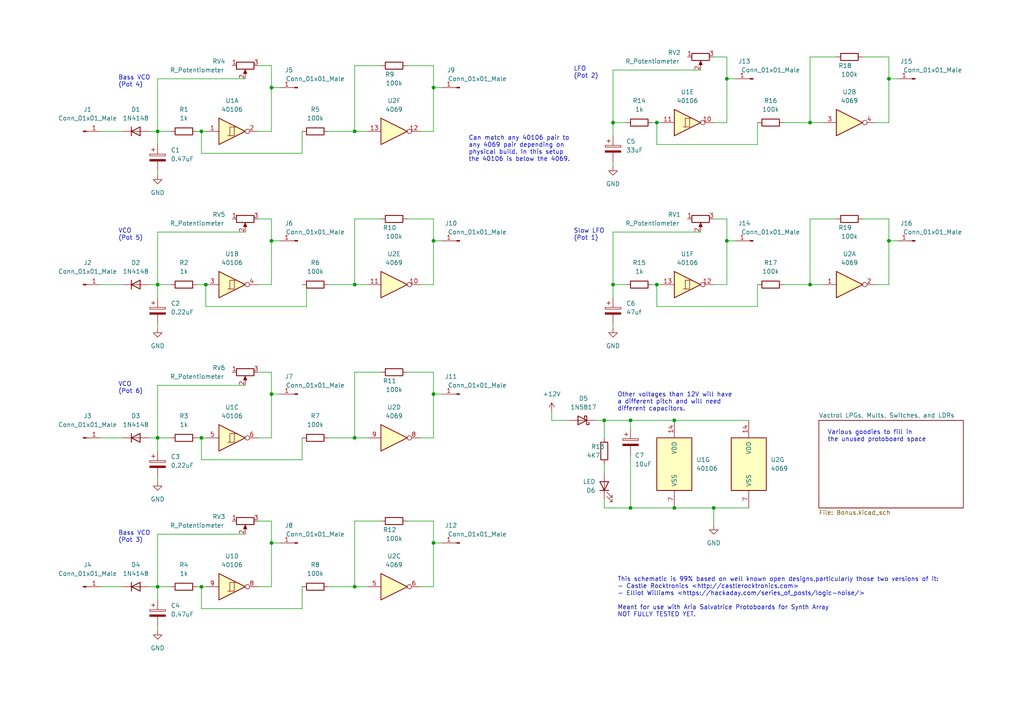
<source format=kicad_sch>
(kicad_sch (version 20220914) (generator eeschema)
  (paper "A4")
  (title_block (title "40106 VCO with Square & Saw output") (date "2022-09-04") (rev "C3") (company "Aria Salvatrice"))
  (lib_symbols
    (symbol "4xxx:40106" (pin_names (offset 1.016))
      (property "Reference" "U" (at 0 1.27 0))
      (property "Value" "40106" (at 0 -1.27 0))
      (symbol "40106_1_0"
        (polyline (pts (xy -0.635 -1.27) (xy -0.635 1.27) (xy 0.635 1.27)))
        (polyline (pts (xy -3.81 3.81) (xy -3.81 -3.81) (xy 3.81 0) (xy -3.81 3.81)) (stroke (width 0.254)) (fill (type background)))
        (polyline (pts (xy -1.27 -1.27) (xy 0.635 -1.27) (xy 0.635 1.27) (xy 1.27 1.27)))
        (pin input line (at -7.62 0 0) (length 3.81) (name "~") (number "1"))
        (pin output inverted (at 7.62 0 180) (length 3.81) (name "~") (number "2"))
      )
      (symbol "40106_2_0"
        (polyline (pts (xy -0.635 -1.27) (xy -0.635 1.27) (xy 0.635 1.27)))
        (polyline (pts (xy -3.81 3.81) (xy -3.81 -3.81) (xy 3.81 0) (xy -3.81 3.81)) (stroke (width 0.254)) (fill (type background)))
        (polyline (pts (xy -1.27 -1.27) (xy 0.635 -1.27) (xy 0.635 1.27) (xy 1.27 1.27)))
        (pin input line (at -7.62 0 0) (length 3.81) (name "~") (number "3"))
        (pin output inverted (at 7.62 0 180) (length 3.81) (name "~") (number "4"))
      )
      (symbol "40106_3_0"
        (polyline (pts (xy -0.635 -1.27) (xy -0.635 1.27) (xy 0.635 1.27)))
        (polyline (pts (xy -3.81 3.81) (xy -3.81 -3.81) (xy 3.81 0) (xy -3.81 3.81)) (stroke (width 0.254)) (fill (type background)))
        (polyline (pts (xy -1.27 -1.27) (xy 0.635 -1.27) (xy 0.635 1.27) (xy 1.27 1.27)))
        (pin input line (at -7.62 0 0) (length 3.81) (name "~") (number "5"))
        (pin output inverted (at 7.62 0 180) (length 3.81) (name "~") (number "6"))
      )
      (symbol "40106_4_0"
        (polyline (pts (xy -0.635 -1.27) (xy -0.635 1.27) (xy 0.635 1.27)))
        (polyline (pts (xy -3.81 3.81) (xy -3.81 -3.81) (xy 3.81 0) (xy -3.81 3.81)) (stroke (width 0.254)) (fill (type background)))
        (polyline (pts (xy -1.27 -1.27) (xy 0.635 -1.27) (xy 0.635 1.27) (xy 1.27 1.27)))
        (pin output inverted (at 7.62 0 180) (length 3.81) (name "~") (number "8"))
        (pin input line (at -7.62 0 0) (length 3.81) (name "~") (number "9"))
      )
      (symbol "40106_5_0"
        (polyline (pts (xy -0.635 -1.27) (xy -0.635 1.27) (xy 0.635 1.27)))
        (polyline (pts (xy -3.81 3.81) (xy -3.81 -3.81) (xy 3.81 0) (xy -3.81 3.81)) (stroke (width 0.254)) (fill (type background)))
        (polyline (pts (xy -1.27 -1.27) (xy 0.635 -1.27) (xy 0.635 1.27) (xy 1.27 1.27)))
        (pin output inverted (at 7.62 0 180) (length 3.81) (name "~") (number "10"))
        (pin input line (at -7.62 0 0) (length 3.81) (name "~") (number "11"))
      )
      (symbol "40106_6_0"
        (polyline (pts (xy -0.635 -1.27) (xy -0.635 1.27) (xy 0.635 1.27)))
        (polyline (pts (xy -3.81 3.81) (xy -3.81 -3.81) (xy 3.81 0) (xy -3.81 3.81)) (stroke (width 0.254)) (fill (type background)))
        (polyline (pts (xy -1.27 -1.27) (xy 0.635 -1.27) (xy 0.635 1.27) (xy 1.27 1.27)))
        (pin output inverted (at 7.62 0 180) (length 3.81) (name "~") (number "12"))
        (pin input line (at -7.62 0 0) (length 3.81) (name "~") (number "13"))
      )
      (symbol "40106_7_0"
        (pin power_in line (at 0 12.7 270) (length 5.08) (name "VDD") (number "14"))
        (pin power_in line (at 0 -12.7 90) (length 5.08) (name "VSS") (number "7"))
      )
      (symbol "40106_7_1"
        (rectangle (start -5.08 7.62) (end 5.08 -7.62) (stroke (width 0.254)) (fill (type background)))
      )
    )
    (symbol "4xxx:4069" (pin_names (offset 1.016))
      (property "Reference" "U" (at 0 1.27 0))
      (property "Value" "4069" (at 0 -1.27 0))
      (symbol "4069_1_0"
        (polyline (pts (xy -3.81 3.81) (xy -3.81 -3.81) (xy 3.81 0) (xy -3.81 3.81)) (stroke (width 0.254)) (fill (type background)))
        (pin input line (at -7.62 0 0) (length 3.81) (name "~") (number "1"))
        (pin output inverted (at 7.62 0 180) (length 3.81) (name "~") (number "2"))
      )
      (symbol "4069_2_0"
        (polyline (pts (xy -3.81 3.81) (xy -3.81 -3.81) (xy 3.81 0) (xy -3.81 3.81)) (stroke (width 0.254)) (fill (type background)))
        (pin input line (at -7.62 0 0) (length 3.81) (name "~") (number "3"))
        (pin output inverted (at 7.62 0 180) (length 3.81) (name "~") (number "4"))
      )
      (symbol "4069_3_0"
        (polyline (pts (xy -3.81 3.81) (xy -3.81 -3.81) (xy 3.81 0) (xy -3.81 3.81)) (stroke (width 0.254)) (fill (type background)))
        (pin input line (at -7.62 0 0) (length 3.81) (name "~") (number "5"))
        (pin output inverted (at 7.62 0 180) (length 3.81) (name "~") (number "6"))
      )
      (symbol "4069_4_0"
        (polyline (pts (xy -3.81 3.81) (xy -3.81 -3.81) (xy 3.81 0) (xy -3.81 3.81)) (stroke (width 0.254)) (fill (type background)))
        (pin output inverted (at 7.62 0 180) (length 3.81) (name "~") (number "8"))
        (pin input line (at -7.62 0 0) (length 3.81) (name "~") (number "9"))
      )
      (symbol "4069_5_0"
        (polyline (pts (xy -3.81 3.81) (xy -3.81 -3.81) (xy 3.81 0) (xy -3.81 3.81)) (stroke (width 0.254)) (fill (type background)))
        (pin output inverted (at 7.62 0 180) (length 3.81) (name "~") (number "10"))
        (pin input line (at -7.62 0 0) (length 3.81) (name "~") (number "11"))
      )
      (symbol "4069_6_0"
        (polyline (pts (xy -3.81 3.81) (xy -3.81 -3.81) (xy 3.81 0) (xy -3.81 3.81)) (stroke (width 0.254)) (fill (type background)))
        (pin output inverted (at 7.62 0 180) (length 3.81) (name "~") (number "12"))
        (pin input line (at -7.62 0 0) (length 3.81) (name "~") (number "13"))
      )
      (symbol "4069_7_0"
        (pin power_in line (at 0 12.7 270) (length 5.08) (name "VDD") (number "14"))
        (pin power_in line (at 0 -12.7 90) (length 5.08) (name "VSS") (number "7"))
      )
      (symbol "4069_7_1"
        (rectangle (start -5.08 7.62) (end 5.08 -7.62) (stroke (width 0.254)) (fill (type background)))
      )
    )
    (symbol "Connector:Conn_01x01_Male" (pin_names (offset 1.016) hide)
      (property "Reference" "J" (at 0 2.54 0))
      (property "Value" "Conn_01x01_Male" (at 0 -2.54 0))
      (symbol "Conn_01x01_Male_1_1"
        (polyline (pts (xy 1.27 0) (xy 0.8636 0)) (stroke (width 0.1524)))
        (rectangle (start 0.8636 0.127) (end 0 -0.127) (stroke (width 0.1524)) (fill (type outline)))
        (pin passive line (at 5.08 0 180) (length 3.81) (name "Pin_1") (number "1"))
      )
    )
    (symbol "Device:C_Polarized" (pin_numbers hide) (pin_names (offset 0.254))
      (property "Reference" "C" (at 0.635 2.54 0))
      (property "Value" "C_Polarized" (at 0.635 -2.54 0))
      (symbol "C_Polarized_0_1"
        (rectangle (start -2.286 0.508) (end 2.286 1.016))
        (polyline (pts (xy -1.778 2.286) (xy -0.762 2.286)))
        (polyline (pts (xy -1.27 2.794) (xy -1.27 1.778)))
        (rectangle (start 2.286 -0.508) (end -2.286 -1.016) (fill (type outline)))
      )
      (symbol "C_Polarized_1_1"
        (pin passive line (at 0 3.81 270) (length 2.794) (name "~") (number "1"))
        (pin passive line (at 0 -3.81 90) (length 2.794) (name "~") (number "2"))
      )
    )
    (symbol "Device:LED" (pin_numbers hide) (pin_names (offset 1.016) hide)
      (property "Reference" "D" (at 0 2.54 0))
      (property "Value" "LED" (at 0 -2.54 0))
      (symbol "LED_0_1"
        (polyline (pts (xy -1.27 -1.27) (xy -1.27 1.27)) (stroke (width 0.254)))
        (polyline (pts (xy -1.27 0) (xy 1.27 0)))
        (polyline (pts (xy 1.27 -1.27) (xy 1.27 1.27) (xy -1.27 0) (xy 1.27 -1.27)) (stroke (width 0.254)))
        (polyline (pts (xy -3.048 -0.762) (xy -4.572 -2.286) (xy -3.81 -2.286) (xy -4.572 -2.286) (xy -4.572 -1.524)))
        (polyline (pts (xy -1.778 -0.762) (xy -3.302 -2.286) (xy -2.54 -2.286) (xy -3.302 -2.286) (xy -3.302 -1.524)))
      )
      (symbol "LED_1_1"
        (pin passive line (at -3.81 0 0) (length 2.54) (name "K") (number "1"))
        (pin passive line (at 3.81 0 180) (length 2.54) (name "A") (number "2"))
      )
    )
    (symbol "Device:R" (pin_numbers hide) (pin_names (offset 0))
      (property "Reference" "R" (at 2.032 0 90))
      (property "Value" "R" (at 0 0 90))
      (symbol "R_0_1"
        (rectangle (start -1.016 -2.54) (end 1.016 2.54) (stroke (width 0.254)))
      )
      (symbol "R_1_1"
        (pin passive line (at 0 3.81 270) (length 1.27) (name "~") (number "1"))
        (pin passive line (at 0 -3.81 90) (length 1.27) (name "~") (number "2"))
      )
    )
    (symbol "Device:R_Potentiometer" (pin_names (offset 1.016) hide)
      (property "Reference" "RV" (at -4.445 0 90))
      (property "Value" "R_Potentiometer" (at -2.54 0 90))
      (symbol "R_Potentiometer_0_1"
        (polyline (pts (xy 2.54 0) (xy 1.524 0)))
        (polyline (pts (xy 1.143 0) (xy 2.286 0.508) (xy 2.286 -0.508) (xy 1.143 0)) (fill (type outline)))
        (rectangle (start 1.016 2.54) (end -1.016 -2.54) (stroke (width 0.254)))
      )
      (symbol "R_Potentiometer_1_1"
        (pin passive line (at 0 3.81 270) (length 1.27) (name "1") (number "1"))
        (pin passive line (at 3.81 0 180) (length 1.27) (name "2") (number "2"))
        (pin passive line (at 0 -3.81 90) (length 1.27) (name "3") (number "3"))
      )
    )
    (symbol "Diode:1N4148" (pin_numbers hide) (pin_names (offset 1.016) hide)
      (property "Reference" "D" (at 0 2.54 0))
      (property "Value" "1N4148" (at 0 -2.54 0))
      (symbol "1N4148_0_1"
        (polyline (pts (xy -1.27 1.27) (xy -1.27 -1.27)) (stroke (width 0.254)))
        (polyline (pts (xy 1.27 0) (xy -1.27 0)))
        (polyline (pts (xy 1.27 1.27) (xy 1.27 -1.27) (xy -1.27 0) (xy 1.27 1.27)) (stroke (width 0.254)))
      )
      (symbol "1N4148_1_1"
        (pin passive line (at -3.81 0 0) (length 2.54) (name "K") (number "1"))
        (pin passive line (at 3.81 0 180) (length 2.54) (name "A") (number "2"))
      )
    )
    (symbol "Diode:1N5817" (pin_numbers hide) (pin_names (offset 1.016) hide)
      (property "Reference" "D" (at 0 2.54 0))
      (property "Value" "1N5817" (at 0 -2.54 0))
      (symbol "1N5817_0_1"
        (polyline (pts (xy 1.27 0) (xy -1.27 0)))
        (polyline (pts (xy 1.27 1.27) (xy 1.27 -1.27) (xy -1.27 0) (xy 1.27 1.27)) (stroke (width 0.254)))
        (polyline (pts (xy -1.905 0.635) (xy -1.905 1.27) (xy -1.27 1.27) (xy -1.27 -1.27) (xy -0.635 -1.27) (xy -0.635 -0.635)) (stroke (width 0.254)))
      )
      (symbol "1N5817_1_1"
        (pin passive line (at -3.81 0 0) (length 2.54) (name "K") (number "1"))
        (pin passive line (at 3.81 0 180) (length 2.54) (name "A") (number "2"))
      )
    )
    (symbol "power:+12V" (power) (pin_names (offset 0))
      (property "Value" "+12V" (at 0 3.556 0))
      (symbol "+12V_0_1"
        (polyline (pts (xy -0.762 1.27) (xy 0 2.54)))
        (polyline (pts (xy 0 0) (xy 0 2.54)))
        (polyline (pts (xy 0 2.54) (xy 0.762 1.27)))
      )
      (symbol "+12V_1_1"
        (pin power_in line (at 0 0 90) (length 0) hide (name "+12V") (number "1"))
      )
    )
    (symbol "power:GND" (power) (pin_names (offset 0))
      (property "Value" "GND" (at 0 -3.81 0))
      (symbol "GND_0_1"
        (polyline (pts (xy 0 0) (xy 0 -1.27) (xy 1.27 -1.27) (xy 0 -2.54) (xy -1.27 -1.27) (xy 0 -1.27)))
      )
      (symbol "GND_1_1"
        (pin power_in line (at 0 0 270) (length 0) hide (name "GND") (number "1"))
      )
    )
  )
  (junction (at 257.81 69.85))
  (junction (at 195.58 147.32))
  (junction (at 102.87 38.1))
  (junction (at 210.82 22.86))
  (junction (at 125.73 114.3))
  (junction (at 177.8 35.56))
  (junction (at 78.74 25.4))
  (junction (at 45.72 82.55))
  (junction (at 190.5 82.55))
  (junction (at 125.73 25.4))
  (junction (at 207.01 147.32))
  (junction (at 125.73 69.85))
  (junction (at 182.88 121.92))
  (junction (at 58.42 38.1))
  (junction (at 190.5 35.56))
  (junction (at 125.73 157.48))
  (junction (at 58.42 170.18))
  (junction (at 210.82 69.85))
  (junction (at 78.74 157.48))
  (junction (at 234.95 35.56))
  (junction (at 195.58 121.92))
  (junction (at 175.26 121.92))
  (junction (at 45.72 38.1))
  (junction (at 102.87 127))
  (junction (at 182.88 147.32))
  (junction (at 234.95 82.55))
  (junction (at 78.74 114.3))
  (junction (at 78.74 69.85))
  (junction (at 58.42 127))
  (junction (at 177.8 82.55))
  (junction (at 102.87 170.18))
  (junction (at 59.69 82.55))
  (junction (at 45.72 170.18))
  (junction (at 257.81 22.86))
  (junction (at 45.72 127))
  (junction (at 102.87 82.55))
  (wire (pts (xy 125.73 157.48) (xy 128.27 157.48)))
  (wire (pts (xy 110.49 19.05) (xy 102.87 19.05)))
  (wire (pts (xy 125.73 69.85) (xy 128.27 69.85)))
  (wire (pts (xy 195.58 121.92) (xy 217.17 121.92)))
  (wire (pts (xy 58.42 38.1) (xy 58.42 44.45)))
  (wire (pts (xy 250.19 63.5) (xy 257.81 63.5)))
  (wire (pts (xy 58.42 127) (xy 59.69 127)))
  (wire (pts (xy 29.21 127) (xy 35.56 127)))
  (wire (pts (xy 78.74 157.48) (xy 78.74 170.18)))
  (wire (pts (xy 45.72 111.76) (xy 45.72 127)))
  (wire (pts (xy 125.73 114.3) (xy 125.73 107.95)))
  (wire (pts (xy 57.15 82.55) (xy 59.69 82.55)))
  (wire (pts (xy 58.42 170.18) (xy 59.69 170.18)))
  (wire (pts (xy 207.01 147.32) (xy 207.01 152.4)))
  (wire (pts (xy 210.82 63.5) (xy 210.82 69.85)))
  (wire (pts (xy 87.63 176.53) (xy 58.42 176.53)))
  (wire (pts (xy 175.26 147.32) (xy 182.88 147.32)))
  (wire (pts (xy 207.01 16.51) (xy 210.82 16.51)))
  (wire (pts (xy 45.72 170.18) (xy 45.72 173.99)))
  (wire (pts (xy 182.88 121.92) (xy 195.58 121.92)))
  (wire (pts (xy 257.81 22.86) (xy 260.35 22.86)))
  (wire (pts (xy 257.81 22.86) (xy 257.81 16.51)))
  (wire (pts (xy 160.02 121.92) (xy 165.1 121.92)))
  (wire (pts (xy 190.5 82.55) (xy 190.5 88.9)))
  (wire (pts (xy 58.42 127) (xy 58.42 133.35)))
  (wire (pts (xy 242.57 16.51) (xy 234.95 16.51)))
  (wire (pts (xy 219.71 82.55) (xy 219.71 88.9)))
  (wire (pts (xy 87.63 127) (xy 87.63 133.35)))
  (wire (pts (xy 74.93 127) (xy 78.74 127)))
  (wire (pts (xy 121.92 82.55) (xy 125.73 82.55)))
  (wire (pts (xy 74.93 107.95) (xy 78.74 107.95)))
  (wire (pts (xy 78.74 63.5) (xy 78.74 69.85)))
  (wire (pts (xy 78.74 25.4) (xy 81.28 25.4)))
  (wire (pts (xy 172.72 121.92) (xy 175.26 121.92)))
  (wire (pts (xy 74.93 19.05) (xy 78.74 19.05)))
  (wire (pts (xy 58.42 38.1) (xy 59.69 38.1)))
  (wire (pts (xy 234.95 63.5) (xy 234.95 82.55)))
  (wire (pts (xy 59.69 82.55) (xy 59.69 88.9)))
  (wire (pts (xy 257.81 69.85) (xy 257.81 63.5)))
  (wire (pts (xy 88.9 82.55) (xy 88.9 88.9)))
  (wire (pts (xy 74.93 63.5) (xy 78.74 63.5)))
  (wire (pts (xy 45.72 82.55) (xy 49.53 82.55)))
  (wire (pts (xy 210.82 16.51) (xy 210.82 22.86)))
  (wire (pts (xy 177.8 20.32) (xy 177.8 35.56)))
  (wire (pts (xy 95.25 127) (xy 102.87 127)))
  (wire (pts (xy 74.93 82.55) (xy 78.74 82.55)))
  (wire (pts (xy 74.93 170.18) (xy 78.74 170.18)))
  (wire (pts (xy 257.81 35.56) (xy 257.81 22.86)))
  (wire (pts (xy 189.23 82.55) (xy 190.5 82.55)))
  (wire (pts (xy 78.74 114.3) (xy 81.28 114.3)))
  (wire (pts (xy 78.74 157.48) (xy 81.28 157.48)))
  (wire (pts (xy 57.15 170.18) (xy 58.42 170.18)))
  (wire (pts (xy 125.73 157.48) (xy 125.73 151.13)))
  (wire (pts (xy 78.74 69.85) (xy 81.28 69.85)))
  (wire (pts (xy 121.92 170.18) (xy 125.73 170.18)))
  (wire (pts (xy 102.87 38.1) (xy 106.68 38.1)))
  (wire (pts (xy 177.8 82.55) (xy 181.61 82.55)))
  (wire (pts (xy 177.8 82.55) (xy 177.8 86.36)))
  (wire (pts (xy 118.11 19.05) (xy 125.73 19.05)))
  (wire (pts (xy 257.81 69.85) (xy 260.35 69.85)))
  (wire (pts (xy 45.72 38.1) (xy 45.72 41.91)))
  (wire (pts (xy 210.82 69.85) (xy 210.82 82.55)))
  (wire (pts (xy 78.74 107.95) (xy 78.74 114.3)))
  (wire (pts (xy 125.73 114.3) (xy 128.27 114.3)))
  (wire (pts (xy 78.74 25.4) (xy 78.74 38.1)))
  (wire (pts (xy 121.92 38.1) (xy 125.73 38.1)))
  (wire (pts (xy 102.87 127) (xy 106.68 127)))
  (wire (pts (xy 227.33 35.56) (xy 234.95 35.56)))
  (wire (pts (xy 190.5 35.56) (xy 190.5 41.91)))
  (wire (pts (xy 250.19 16.51) (xy 257.81 16.51)))
  (wire (pts (xy 125.73 170.18) (xy 125.73 157.48)))
  (wire (pts (xy 78.74 69.85) (xy 78.74 82.55)))
  (wire (pts (xy 125.73 127) (xy 125.73 114.3)))
  (wire (pts (xy 95.25 170.18) (xy 102.87 170.18)))
  (wire (pts (xy 45.72 181.61) (xy 45.72 182.88)))
  (wire (pts (xy 43.18 38.1) (xy 45.72 38.1)))
  (wire (pts (xy 88.9 88.9) (xy 59.69 88.9)))
  (wire (pts (xy 71.12 111.76) (xy 45.72 111.76)))
  (wire (pts (xy 189.23 35.56) (xy 190.5 35.56)))
  (wire (pts (xy 234.95 16.51) (xy 234.95 35.56)))
  (wire (pts (xy 57.15 127) (xy 58.42 127)))
  (wire (pts (xy 177.8 67.31) (xy 177.8 82.55)))
  (wire (pts (xy 71.12 22.86) (xy 45.72 22.86)))
  (wire (pts (xy 118.11 107.95) (xy 125.73 107.95)))
  (wire (pts (xy 190.5 82.55) (xy 191.77 82.55)))
  (wire (pts (xy 58.42 170.18) (xy 58.42 176.53)))
  (wire (pts (xy 45.72 127) (xy 45.72 130.81)))
  (wire (pts (xy 43.18 127) (xy 45.72 127)))
  (wire (pts (xy 110.49 63.5) (xy 102.87 63.5)))
  (wire (pts (xy 110.49 151.13) (xy 102.87 151.13)))
  (wire (pts (xy 29.21 82.55) (xy 35.56 82.55)))
  (wire (pts (xy 207.01 63.5) (xy 210.82 63.5)))
  (wire (pts (xy 118.11 63.5) (xy 125.73 63.5)))
  (wire (pts (xy 182.88 124.46) (xy 182.88 121.92)))
  (wire (pts (xy 71.12 67.31) (xy 45.72 67.31)))
  (wire (pts (xy 175.26 121.92) (xy 182.88 121.92)))
  (wire (pts (xy 102.87 107.95) (xy 102.87 127)))
  (wire (pts (xy 182.88 132.08) (xy 182.88 147.32)))
  (wire (pts (xy 102.87 82.55) (xy 106.68 82.55)))
  (wire (pts (xy 95.25 38.1) (xy 102.87 38.1)))
  (wire (pts (xy 177.8 93.98) (xy 177.8 95.25)))
  (wire (pts (xy 210.82 22.86) (xy 213.36 22.86)))
  (wire (pts (xy 207.01 35.56) (xy 210.82 35.56)))
  (wire (pts (xy 207.01 147.32) (xy 217.17 147.32)))
  (wire (pts (xy 78.74 151.13) (xy 78.74 157.48)))
  (wire (pts (xy 45.72 127) (xy 49.53 127)))
  (wire (pts (xy 57.15 38.1) (xy 58.42 38.1)))
  (wire (pts (xy 160.02 119.38) (xy 160.02 121.92)))
  (wire (pts (xy 175.26 144.78) (xy 175.26 147.32)))
  (wire (pts (xy 125.73 25.4) (xy 128.27 25.4)))
  (wire (pts (xy 78.74 114.3) (xy 78.74 127)))
  (wire (pts (xy 29.21 170.18) (xy 35.56 170.18)))
  (wire (pts (xy 102.87 63.5) (xy 102.87 82.55)))
  (wire (pts (xy 45.72 22.86) (xy 45.72 38.1)))
  (wire (pts (xy 45.72 154.94) (xy 45.72 170.18)))
  (wire (pts (xy 177.8 35.56) (xy 177.8 39.37)))
  (wire (pts (xy 45.72 82.55) (xy 45.72 86.36)))
  (wire (pts (xy 203.2 20.32) (xy 177.8 20.32)))
  (wire (pts (xy 43.18 170.18) (xy 45.72 170.18)))
  (wire (pts (xy 227.33 82.55) (xy 234.95 82.55)))
  (wire (pts (xy 102.87 151.13) (xy 102.87 170.18)))
  (wire (pts (xy 45.72 38.1) (xy 49.53 38.1)))
  (wire (pts (xy 219.71 41.91) (xy 190.5 41.91)))
  (wire (pts (xy 175.26 134.62) (xy 175.26 137.16)))
  (wire (pts (xy 121.92 127) (xy 125.73 127)))
  (wire (pts (xy 78.74 19.05) (xy 78.74 25.4)))
  (wire (pts (xy 125.73 25.4) (xy 125.73 19.05)))
  (wire (pts (xy 182.88 147.32) (xy 195.58 147.32)))
  (wire (pts (xy 203.2 67.31) (xy 177.8 67.31)))
  (wire (pts (xy 190.5 35.56) (xy 191.77 35.56)))
  (wire (pts (xy 234.95 82.55) (xy 238.76 82.55)))
  (wire (pts (xy 177.8 46.99) (xy 177.8 48.26)))
  (wire (pts (xy 74.93 151.13) (xy 78.74 151.13)))
  (wire (pts (xy 125.73 69.85) (xy 125.73 63.5)))
  (wire (pts (xy 118.11 151.13) (xy 125.73 151.13)))
  (wire (pts (xy 110.49 107.95) (xy 102.87 107.95)))
  (wire (pts (xy 95.25 82.55) (xy 102.87 82.55)))
  (wire (pts (xy 45.72 138.43) (xy 45.72 139.7)))
  (wire (pts (xy 43.18 82.55) (xy 45.72 82.55)))
  (wire (pts (xy 257.81 82.55) (xy 257.81 69.85)))
  (wire (pts (xy 254 82.55) (xy 257.81 82.55)))
  (wire (pts (xy 195.58 147.32) (xy 207.01 147.32)))
  (wire (pts (xy 71.12 154.94) (xy 45.72 154.94)))
  (wire (pts (xy 207.01 82.55) (xy 210.82 82.55)))
  (wire (pts (xy 219.71 88.9) (xy 190.5 88.9)))
  (wire (pts (xy 210.82 22.86) (xy 210.82 35.56)))
  (wire (pts (xy 74.93 38.1) (xy 78.74 38.1)))
  (wire (pts (xy 177.8 35.56) (xy 181.61 35.56)))
  (wire (pts (xy 45.72 170.18) (xy 49.53 170.18)))
  (wire (pts (xy 87.63 38.1) (xy 87.63 44.45)))
  (wire (pts (xy 102.87 19.05) (xy 102.87 38.1)))
  (wire (pts (xy 29.21 38.1) (xy 35.56 38.1)))
  (wire (pts (xy 102.87 170.18) (xy 106.68 170.18)))
  (wire (pts (xy 234.95 35.56) (xy 238.76 35.56)))
  (wire (pts (xy 125.73 38.1) (xy 125.73 25.4)))
  (wire (pts (xy 242.57 63.5) (xy 234.95 63.5)))
  (wire (pts (xy 45.72 93.98) (xy 45.72 95.25)))
  (wire (pts (xy 87.63 44.45) (xy 58.42 44.45)))
  (wire (pts (xy 87.63 133.35) (xy 58.42 133.35)))
  (wire (pts (xy 219.71 35.56) (xy 219.71 41.91)))
  (wire (pts (xy 87.63 170.18) (xy 87.63 176.53)))
  (wire (pts (xy 175.26 121.92) (xy 175.26 127)))
  (wire (pts (xy 210.82 69.85) (xy 213.36 69.85)))
  (wire (pts (xy 125.73 82.55) (xy 125.73 69.85)))
  (wire (pts (xy 254 35.56) (xy 257.81 35.56)))
  (wire (pts (xy 45.72 49.53) (xy 45.72 50.8)))
  (wire (pts (xy 45.72 67.31) (xy 45.72 82.55)))
  (text "VCO\n(Pot 6)" (at 34.29 114.3 0) (effects (font (size 1.27 1.27)) (justify left bottom)))
  (text "This schematic is 99% based on well known open designs,particularly those two versions of it:\n- Castle Rocktronics <http://castlerocktronics.com>\n- Elliot Williams <https://hackaday.com/series_of_posts/logic-noise/>\n\nMeant for use with Aria Salvatrice Protoboards for Synth Array\nNOT FULLY TESTED YET." (at 179.07 179.07 0) (effects (font (size 1.27 1.27)) (justify left bottom)))
  (text "Various goodies to fill in\nthe unused protoboard space" (at 240.03 128.27 0) (effects (font (size 1.27 1.27)) (justify left bottom)))
  (text "Slow LFO\n(Pot 1)" (at 166.37 69.85 0) (effects (font (size 1.27 1.27)) (justify left bottom)))
  (text "Other voltages than 12V will have\na different pitch and will need\ndifferent capacitors." (at 179.07 119.38 0) (effects (font (size 1.27 1.27)) (justify left bottom)))
  (text "Can match any 40106 pair to\nany 4069 pair depending on\nphysical build. In this setup\nthe 40106 is below the 4069." (at 135.89 46.99 0) (effects (font (size 1.27 1.27)) (justify left bottom)))
  (text "LFO\n(Pot 2)" (at 166.37 22.86 0) (effects (font (size 1.27 1.27)) (justify left bottom)))
  (text "Bass VCO\n(Pot 3)" (at 34.29 157.48 0) (effects (font (size 1.27 1.27)) (justify left bottom)))
  (text "Bass VCO\n(Pot 4)" (at 34.29 25.4 0) (effects (font (size 1.27 1.27)) (justify left bottom)))
  (text "VCO\n(Pot 5)" (at 34.29 69.85 0) (effects (font (size 1.27 1.27)) (justify left bottom)))
  (symbol (lib_id "Device:R") (at 53.34 127 90) (unit 1)
    (default_instance (reference "") (unit 1) (value "") (footprint ""))
    (property "Reference" "R3" (at 53.34 120.65 90))
    (property "Value" "1k" (at 53.34 123.19 90))
  )
  (symbol (lib_id "4xxx:40106") (at 199.39 82.55 0) (unit 6)
    (default_instance (reference "") (unit 1) (value "") (footprint ""))
    (property "Reference" "U1" (at 199.39 73.66 0))
    (property "Value" "40106" (at 199.39 76.2 0))
    (property "Datasheet" "https://assets.nexperia.com/documents/data-sheet/HEF40106B.pdf" (effects hide))
  )
  (symbol (lib_id "Device:R") (at 223.52 35.56 90) (unit 1)
    (default_instance (reference "") (unit 1) (value "") (footprint ""))
    (property "Reference" "R16" (at 223.52 29.21 90))
    (property "Value" "100k" (at 223.52 31.75 90))
  )
  (symbol (lib_id "power:GND") (at 45.72 95.25 0) (unit 1)
    (default_instance (reference "") (unit 1) (value "") (footprint ""))
    (property "Reference" "#PWR02" (effects hide))
    (property "Value" "GND" (at 45.72 100.33 0))
  )
  (symbol (lib_id "Device:R") (at 246.38 63.5 90) (unit 1)
    (default_instance (reference "") (unit 1) (value "") (footprint ""))
    (property "Reference" "R19" (at 245.11 66.04 90))
    (property "Value" "100k" (at 246.38 68.58 90))
  )
  (symbol (lib_id "Device:C_Polarized") (at 45.72 90.17 0) (unit 1)
    (default_instance (reference "") (unit 1) (value "") (footprint ""))
    (property "Reference" "C2" (at 49.53 88.0109 0) (effects (justify left)))
    (property "Value" "0.22uF" (at 49.53 90.5509 0) (effects (justify left)))
  )
  (symbol (lib_id "Device:LED") (at 175.26 140.97 90) (unit 1)
    (default_instance (reference "") (unit 1) (value "") (footprint ""))
    (property "Reference" "D6" (at 172.72 142.24 90) (effects (justify left)))
    (property "Value" "LED" (at 172.72 139.7 90) (effects (justify left)))
  )
  (symbol (lib_id "Device:C_Polarized") (at 45.72 45.72 0) (unit 1)
    (default_instance (reference "") (unit 1) (value "") (footprint ""))
    (property "Reference" "C1" (at 49.53 43.5609 0) (effects (justify left)))
    (property "Value" "0.47uF" (at 49.53 46.1009 0) (effects (justify left)))
  )
  (symbol (lib_id "power:GND") (at 207.01 152.4 0) (unit 1)
    (default_instance (reference "") (unit 1) (value "") (footprint ""))
    (property "Reference" "#PWR08" (effects hide))
    (property "Value" "GND" (at 207.01 157.48 0))
  )
  (symbol (lib_id "Device:R_Potentiometer") (at 71.12 151.13 90) (mirror x) (unit 1)
    (default_instance (reference "") (unit 1) (value "") (footprint ""))
    (property "Reference" "RV3" (at 63.5 149.86 90))
    (property "Value" "R_Potentiometer" (at 57.15 152.4 90))
  )
  (symbol (lib_id "Connector:Conn_01x01_Male") (at 24.13 170.18 0) (unit 1)
    (default_instance (reference "") (unit 1) (value "") (footprint ""))
    (property "Reference" "J4" (at 25.4 163.83 0))
    (property "Value" "Conn_01x01_Male" (at 25.4 166.37 0))
  )
  (symbol (lib_id "Diode:1N4148") (at 39.37 170.18 0) (unit 1)
    (default_instance (reference "") (unit 1) (value "") (footprint ""))
    (property "Reference" "D4" (at 39.37 163.83 0))
    (property "Value" "1N4148" (at 39.37 166.37 0))
    (property "Footprint" "Diode_THT:D_DO-35_SOD27_P7.62mm_Horizontal" (effects hide))
    (property "Datasheet" "https://assets.nexperia.com/documents/data-sheet/1N4148_1N4448.pdf" (effects hide))
  )
  (symbol (lib_id "Device:R_Potentiometer") (at 203.2 63.5 90) (mirror x) (unit 1)
    (default_instance (reference "") (unit 1) (value "") (footprint ""))
    (property "Reference" "RV1" (at 195.58 62.23 90))
    (property "Value" "R_Potentiometer" (at 189.23 64.77 90))
  )
  (symbol (lib_id "power:GND") (at 177.8 48.26 0) (unit 1)
    (default_instance (reference "") (unit 1) (value "") (footprint ""))
    (property "Reference" "#PWR06" (effects hide))
    (property "Value" "GND" (at 177.8 53.34 0))
  )
  (symbol (lib_id "Device:R_Potentiometer") (at 71.12 63.5 90) (mirror x) (unit 1)
    (default_instance (reference "") (unit 1) (value "") (footprint ""))
    (property "Reference" "RV5" (at 63.5 62.23 90))
    (property "Value" "R_Potentiometer" (at 57.15 64.77 90))
  )
  (symbol (lib_id "Device:R_Potentiometer") (at 71.12 107.95 90) (mirror x) (unit 1)
    (default_instance (reference "") (unit 1) (value "") (footprint ""))
    (property "Reference" "RV6" (at 63.5 106.68 90))
    (property "Value" "R_Potentiometer" (at 57.15 109.22 90))
  )
  (symbol (lib_id "Connector:Conn_01x01_Male") (at 265.43 69.85 180) (unit 1)
    (default_instance (reference "") (unit 1) (value "") (footprint ""))
    (property "Reference" "J16" (at 262.89 64.77 0))
    (property "Value" "Conn_01x01_Male" (at 270.51 67.31 0))
  )
  (symbol (lib_id "4xxx:4069") (at 114.3 127 0) (unit 4)
    (default_instance (reference "") (unit 1) (value "") (footprint ""))
    (property "Reference" "U2" (at 114.3 118.11 0))
    (property "Value" "4069" (at 114.3 120.65 0))
    (property "Datasheet" "http://www.intersil.com/content/dam/Intersil/documents/cd40/cd4069ubms.pdf" (effects hide))
  )
  (symbol (lib_id "4xxx:4069") (at 114.3 170.18 0) (unit 3)
    (default_instance (reference "") (unit 1) (value "") (footprint ""))
    (property "Reference" "U2" (at 114.3 161.29 0))
    (property "Value" "4069" (at 114.3 163.83 0))
    (property "Datasheet" "http://www.intersil.com/content/dam/Intersil/documents/cd40/cd4069ubms.pdf" (effects hide))
  )
  (symbol (lib_id "Device:R") (at 53.34 82.55 90) (unit 1)
    (default_instance (reference "") (unit 1) (value "") (footprint ""))
    (property "Reference" "R2" (at 53.34 76.2 90))
    (property "Value" "1k" (at 53.34 78.74 90))
  )
  (symbol (lib_id "4xxx:4069") (at 246.38 82.55 0) (unit 1)
    (default_instance (reference "") (unit 1) (value "") (footprint ""))
    (property "Reference" "U2" (at 246.38 73.66 0))
    (property "Value" "4069" (at 246.38 76.2 0))
    (property "Datasheet" "http://www.intersil.com/content/dam/Intersil/documents/cd40/cd4069ubms.pdf" (effects hide))
  )
  (symbol (lib_id "Connector:Conn_01x01_Male") (at 86.36 114.3 180) (unit 1)
    (default_instance (reference "") (unit 1) (value "") (footprint ""))
    (property "Reference" "J7" (at 83.82 109.22 0))
    (property "Value" "Conn_01x01_Male" (at 91.44 111.76 0))
  )
  (symbol (lib_id "Connector:Conn_01x01_Male") (at 86.36 25.4 180) (unit 1)
    (default_instance (reference "") (unit 1) (value "") (footprint ""))
    (property "Reference" "J5" (at 83.82 20.32 0))
    (property "Value" "Conn_01x01_Male" (at 91.44 22.86 0))
  )
  (symbol (lib_id "Device:R_Potentiometer") (at 71.12 19.05 90) (mirror x) (unit 1)
    (default_instance (reference "") (unit 1) (value "") (footprint ""))
    (property "Reference" "RV4" (at 63.5 17.78 90))
    (property "Value" "R_Potentiometer" (at 57.15 20.32 90))
  )
  (symbol (lib_id "Device:R") (at 175.26 130.81 0) (unit 1)
    (default_instance (reference "") (unit 1) (value "") (footprint ""))
    (property "Reference" "R13" (at 171.45 129.54 0) (effects (justify left)))
    (property "Value" "4K7" (at 170.18 132.08 0) (effects (justify left)))
  )
  (symbol (lib_id "Diode:1N4148") (at 39.37 82.55 0) (unit 1)
    (default_instance (reference "") (unit 1) (value "") (footprint ""))
    (property "Reference" "D2" (at 39.37 76.2 0))
    (property "Value" "1N4148" (at 39.37 78.74 0))
    (property "Footprint" "Diode_THT:D_DO-35_SOD27_P7.62mm_Horizontal" (effects hide))
    (property "Datasheet" "https://assets.nexperia.com/documents/data-sheet/1N4148_1N4448.pdf" (effects hide))
  )
  (symbol (lib_id "Device:R") (at 114.3 107.95 90) (unit 1)
    (default_instance (reference "") (unit 1) (value "") (footprint ""))
    (property "Reference" "R11" (at 113.03 110.49 90))
    (property "Value" "100k" (at 114.3 113.03 90))
  )
  (symbol (lib_id "Connector:Conn_01x01_Male") (at 24.13 82.55 0) (unit 1)
    (default_instance (reference "") (unit 1) (value "") (footprint ""))
    (property "Reference" "J2" (at 25.4 76.2 0))
    (property "Value" "Conn_01x01_Male" (at 25.4 78.74 0))
  )
  (symbol (lib_id "Device:R") (at 53.34 170.18 90) (unit 1)
    (default_instance (reference "") (unit 1) (value "") (footprint ""))
    (property "Reference" "R4" (at 53.34 163.83 90))
    (property "Value" "1k" (at 53.34 166.37 90))
  )
  (symbol (lib_id "Device:C_Polarized") (at 45.72 134.62 0) (unit 1)
    (default_instance (reference "") (unit 1) (value "") (footprint ""))
    (property "Reference" "C3" (at 49.53 132.4609 0) (effects (justify left)))
    (property "Value" "0.22uF" (at 49.53 135.0009 0) (effects (justify left)))
  )
  (symbol (lib_id "Device:R") (at 91.44 82.55 90) (unit 1)
    (default_instance (reference "") (unit 1) (value "") (footprint ""))
    (property "Reference" "R6" (at 91.44 76.2 90))
    (property "Value" "100k" (at 91.44 78.74 90))
  )
  (symbol (lib_id "4xxx:40106") (at 67.31 127 0) (unit 3)
    (default_instance (reference "") (unit 1) (value "") (footprint ""))
    (property "Reference" "U1" (at 67.31 118.11 0))
    (property "Value" "40106" (at 67.31 120.65 0))
    (property "Datasheet" "https://assets.nexperia.com/documents/data-sheet/HEF40106B.pdf" (effects hide))
  )
  (symbol (lib_id "Connector:Conn_01x01_Male") (at 133.35 25.4 180) (unit 1)
    (default_instance (reference "") (unit 1) (value "") (footprint ""))
    (property "Reference" "J9" (at 130.81 20.32 0))
    (property "Value" "Conn_01x01_Male" (at 138.43 22.86 0))
  )
  (symbol (lib_id "Connector:Conn_01x01_Male") (at 86.36 69.85 180) (unit 1)
    (default_instance (reference "") (unit 1) (value "") (footprint ""))
    (property "Reference" "J6" (at 83.82 64.77 0))
    (property "Value" "Conn_01x01_Male" (at 91.44 67.31 0))
  )
  (symbol (lib_id "Device:R") (at 91.44 38.1 90) (unit 1)
    (default_instance (reference "") (unit 1) (value "") (footprint ""))
    (property "Reference" "R5" (at 91.44 31.75 90))
    (property "Value" "100k" (at 91.44 34.29 90))
  )
  (symbol (lib_id "Connector:Conn_01x01_Male") (at 218.44 69.85 180) (unit 1)
    (default_instance (reference "") (unit 1) (value "") (footprint ""))
    (property "Reference" "J14" (at 215.9 64.77 0))
    (property "Value" "Conn_01x01_Male" (at 223.52 67.31 0))
  )
  (symbol (lib_id "Device:C_Polarized") (at 177.8 90.17 0) (unit 1)
    (default_instance (reference "") (unit 1) (value "") (footprint ""))
    (property "Reference" "C6" (at 181.61 88.0109 0) (effects (justify left)))
    (property "Value" "47uf" (at 181.61 90.5509 0) (effects (justify left)))
  )
  (symbol (lib_id "Connector:Conn_01x01_Male") (at 86.36 157.48 180) (unit 1)
    (default_instance (reference "") (unit 1) (value "") (footprint ""))
    (property "Reference" "J8" (at 83.82 152.4 0))
    (property "Value" "Conn_01x01_Male" (at 91.44 154.94 0))
  )
  (symbol (lib_id "4xxx:4069") (at 114.3 82.55 0) (unit 5)
    (default_instance (reference "") (unit 1) (value "") (footprint ""))
    (property "Reference" "U2" (at 114.3 73.66 0))
    (property "Value" "4069" (at 114.3 76.2 0))
    (property "Datasheet" "http://www.intersil.com/content/dam/Intersil/documents/cd40/cd4069ubms.pdf" (effects hide))
  )
  (symbol (lib_id "power:GND") (at 45.72 50.8 0) (unit 1)
    (default_instance (reference "") (unit 1) (value "") (footprint ""))
    (property "Reference" "#PWR01" (effects hide))
    (property "Value" "GND" (at 45.72 55.88 0))
  )
  (symbol (lib_id "Diode:1N4148") (at 39.37 127 0) (unit 1)
    (default_instance (reference "") (unit 1) (value "") (footprint ""))
    (property "Reference" "D3" (at 39.37 120.65 0))
    (property "Value" "1N4148" (at 39.37 123.19 0))
    (property "Footprint" "Diode_THT:D_DO-35_SOD27_P7.62mm_Horizontal" (effects hide))
    (property "Datasheet" "https://assets.nexperia.com/documents/data-sheet/1N4148_1N4448.pdf" (effects hide))
  )
  (symbol (lib_id "4xxx:4069") (at 246.38 35.56 0) (unit 2)
    (default_instance (reference "") (unit 1) (value "") (footprint ""))
    (property "Reference" "U2" (at 246.38 26.67 0))
    (property "Value" "4069" (at 246.38 29.21 0))
    (property "Datasheet" "http://www.intersil.com/content/dam/Intersil/documents/cd40/cd4069ubms.pdf" (effects hide))
  )
  (symbol (lib_id "Device:R") (at 185.42 82.55 90) (unit 1)
    (default_instance (reference "") (unit 1) (value "") (footprint ""))
    (property "Reference" "R15" (at 185.42 76.2 90))
    (property "Value" "1k" (at 185.42 78.74 90))
  )
  (symbol (lib_id "4xxx:40106") (at 195.58 134.62 0) (unit 7)
    (default_instance (reference "") (unit 1) (value "") (footprint ""))
    (property "Reference" "U1" (at 201.93 133.3499 0) (effects (justify left)))
    (property "Value" "40106" (at 201.93 135.8899 0) (effects (justify left)))
    (property "Datasheet" "https://assets.nexperia.com/documents/data-sheet/HEF40106B.pdf" (effects hide))
  )
  (symbol (lib_id "Diode:1N5817") (at 168.91 121.92 180) (unit 1)
    (default_instance (reference "") (unit 1) (value "") (footprint ""))
    (property "Reference" "D5" (at 169.2275 115.57 0))
    (property "Value" "1N5817" (at 169.2275 118.11 0))
    (property "Footprint" "Diode_THT:D_DO-41_SOD81_P10.16mm_Horizontal" (effects hide))
    (property "Datasheet" "http://www.vishay.com/docs/88525/1n5817.pdf" (effects hide))
  )
  (symbol (lib_id "4xxx:40106") (at 67.31 82.55 0) (unit 2)
    (default_instance (reference "") (unit 1) (value "") (footprint ""))
    (property "Reference" "U1" (at 67.31 73.66 0))
    (property "Value" "40106" (at 67.31 76.2 0))
    (property "Datasheet" "https://assets.nexperia.com/documents/data-sheet/HEF40106B.pdf" (effects hide))
  )
  (symbol (lib_id "Device:R") (at 185.42 35.56 90) (unit 1)
    (default_instance (reference "") (unit 1) (value "") (footprint ""))
    (property "Reference" "R14" (at 185.42 29.21 90))
    (property "Value" "1k" (at 185.42 31.75 90))
  )
  (symbol (lib_id "Connector:Conn_01x01_Male") (at 24.13 127 0) (unit 1)
    (default_instance (reference "") (unit 1) (value "") (footprint ""))
    (property "Reference" "J3" (at 25.4 120.65 0))
    (property "Value" "Conn_01x01_Male" (at 25.4 123.19 0))
  )
  (symbol (lib_id "Diode:1N4148") (at 39.37 38.1 0) (unit 1)
    (default_instance (reference "") (unit 1) (value "") (footprint ""))
    (property "Reference" "D1" (at 39.37 31.75 0))
    (property "Value" "1N4148" (at 39.37 34.29 0))
    (property "Footprint" "Diode_THT:D_DO-35_SOD27_P7.62mm_Horizontal" (effects hide))
    (property "Datasheet" "https://assets.nexperia.com/documents/data-sheet/1N4148_1N4448.pdf" (effects hide))
  )
  (symbol (lib_id "power:GND") (at 177.8 95.25 0) (unit 1)
    (default_instance (reference "") (unit 1) (value "") (footprint ""))
    (property "Reference" "#PWR07" (effects hide))
    (property "Value" "GND" (at 177.8 100.33 0))
  )
  (symbol (lib_id "Device:R") (at 114.3 63.5 90) (unit 1)
    (default_instance (reference "") (unit 1) (value "") (footprint ""))
    (property "Reference" "R10" (at 113.03 66.04 90))
    (property "Value" "100k" (at 114.3 68.58 90))
  )
  (symbol (lib_id "Connector:Conn_01x01_Male") (at 24.13 38.1 0) (unit 1)
    (default_instance (reference "") (unit 1) (value "") (footprint ""))
    (property "Reference" "J1" (at 25.4 31.75 0))
    (property "Value" "Conn_01x01_Male" (at 25.4 34.29 0))
  )
  (symbol (lib_id "Device:R") (at 223.52 82.55 90) (unit 1)
    (default_instance (reference "") (unit 1) (value "") (footprint ""))
    (property "Reference" "R17" (at 223.52 76.2 90))
    (property "Value" "100k" (at 223.52 78.74 90))
  )
  (symbol (lib_id "Device:R") (at 53.34 38.1 90) (unit 1)
    (default_instance (reference "") (unit 1) (value "") (footprint ""))
    (property "Reference" "R1" (at 53.34 31.75 90))
    (property "Value" "1k" (at 53.34 34.29 90))
  )
  (symbol (lib_id "power:GND") (at 45.72 139.7 0) (unit 1)
    (default_instance (reference "") (unit 1) (value "") (footprint ""))
    (property "Reference" "#PWR03" (effects hide))
    (property "Value" "GND" (at 45.72 144.78 0))
  )
  (symbol (lib_id "Device:R") (at 91.44 170.18 90) (unit 1)
    (default_instance (reference "") (unit 1) (value "") (footprint ""))
    (property "Reference" "R8" (at 91.44 163.83 90))
    (property "Value" "100k" (at 91.44 166.37 90))
  )
  (symbol (lib_id "Device:R") (at 114.3 19.05 90) (unit 1)
    (default_instance (reference "") (unit 1) (value "") (footprint ""))
    (property "Reference" "R9" (at 113.03 21.59 90))
    (property "Value" "100k" (at 114.3 24.13 90))
  )
  (symbol (lib_id "Device:C_Polarized") (at 45.72 177.8 0) (unit 1)
    (default_instance (reference "") (unit 1) (value "") (footprint ""))
    (property "Reference" "C4" (at 49.53 175.6409 0) (effects (justify left)))
    (property "Value" "0.47uF" (at 49.53 178.1809 0) (effects (justify left)))
  )
  (symbol (lib_id "Device:R") (at 114.3 151.13 90) (unit 1)
    (default_instance (reference "") (unit 1) (value "") (footprint ""))
    (property "Reference" "R12" (at 113.03 153.67 90))
    (property "Value" "100k" (at 114.3 156.21 90))
  )
  (symbol (lib_id "Device:C_Polarized") (at 177.8 43.18 0) (unit 1)
    (default_instance (reference "") (unit 1) (value "") (footprint ""))
    (property "Reference" "C5" (at 181.61 41.0209 0) (effects (justify left)))
    (property "Value" "33uF" (at 181.61 43.5609 0) (effects (justify left)))
  )
  (symbol (lib_id "4xxx:40106") (at 199.39 35.56 0) (unit 5)
    (default_instance (reference "") (unit 1) (value "") (footprint ""))
    (property "Reference" "U1" (at 199.39 26.67 0))
    (property "Value" "40106" (at 199.39 29.21 0))
    (property "Datasheet" "https://assets.nexperia.com/documents/data-sheet/HEF40106B.pdf" (effects hide))
  )
  (symbol (lib_id "Connector:Conn_01x01_Male") (at 218.44 22.86 180) (unit 1)
    (default_instance (reference "") (unit 1) (value "") (footprint ""))
    (property "Reference" "J13" (at 215.9 17.78 0))
    (property "Value" "Conn_01x01_Male" (at 223.52 20.32 0))
  )
  (symbol (lib_id "Device:C_Polarized") (at 182.88 128.27 0) (unit 1)
    (default_instance (reference "") (unit 1) (value "") (footprint ""))
    (property "Reference" "C7" (at 184.15 132.08 0) (effects (justify left)))
    (property "Value" "10uF" (at 184.15 134.62 0) (effects (justify left)))
  )
  (symbol (lib_id "4xxx:40106") (at 67.31 38.1 0) (unit 1)
    (default_instance (reference "") (unit 1) (value "") (footprint ""))
    (property "Reference" "U1" (at 67.31 29.21 0))
    (property "Value" "40106" (at 67.31 31.75 0))
    (property "Datasheet" "https://assets.nexperia.com/documents/data-sheet/HEF40106B.pdf" (effects hide))
  )
  (symbol (lib_id "Connector:Conn_01x01_Male") (at 133.35 114.3 180) (unit 1)
    (default_instance (reference "") (unit 1) (value "") (footprint ""))
    (property "Reference" "J11" (at 130.81 109.22 0))
    (property "Value" "Conn_01x01_Male" (at 138.43 111.76 0))
  )
  (symbol (lib_id "Connector:Conn_01x01_Male") (at 133.35 157.48 180) (unit 1)
    (default_instance (reference "") (unit 1) (value "") (footprint ""))
    (property "Reference" "J12" (at 130.81 152.4 0))
    (property "Value" "Conn_01x01_Male" (at 138.43 154.94 0))
  )
  (symbol (lib_id "Device:R") (at 246.38 16.51 90) (unit 1)
    (default_instance (reference "") (unit 1) (value "") (footprint ""))
    (property "Reference" "R18" (at 245.11 19.05 90))
    (property "Value" "100k" (at 246.38 21.59 90))
  )
  (symbol (lib_id "Device:R") (at 91.44 127 90) (unit 1)
    (default_instance (reference "") (unit 1) (value "") (footprint ""))
    (property "Reference" "R7" (at 91.44 120.65 90))
    (property "Value" "100k" (at 91.44 123.19 90))
  )
  (symbol (lib_id "Device:R_Potentiometer") (at 203.2 16.51 90) (mirror x) (unit 1)
    (default_instance (reference "") (unit 1) (value "") (footprint ""))
    (property "Reference" "RV2" (at 195.58 15.24 90))
    (property "Value" "R_Potentiometer" (at 189.23 17.78 90))
  )
  (symbol (lib_id "power:GND") (at 45.72 182.88 0) (unit 1)
    (default_instance (reference "") (unit 1) (value "") (footprint ""))
    (property "Reference" "#PWR04" (effects hide))
    (property "Value" "GND" (at 45.72 187.96 0))
  )
  (symbol (lib_id "Connector:Conn_01x01_Male") (at 265.43 22.86 180) (unit 1)
    (default_instance (reference "") (unit 1) (value "") (footprint ""))
    (property "Reference" "J15" (at 262.89 17.78 0))
    (property "Value" "Conn_01x01_Male" (at 270.51 20.32 0))
  )
  (symbol (lib_id "4xxx:4069") (at 217.17 134.62 0) (unit 7)
    (default_instance (reference "") (unit 1) (value "") (footprint ""))
    (property "Reference" "U2" (at 223.52 133.3499 0) (effects (justify left)))
    (property "Value" "4069" (at 223.52 135.8899 0) (effects (justify left)))
    (property "Datasheet" "http://www.intersil.com/content/dam/Intersil/documents/cd40/cd4069ubms.pdf" (effects hide))
  )
  (symbol (lib_id "4xxx:40106") (at 67.31 170.18 0) (unit 4)
    (default_instance (reference "") (unit 1) (value "") (footprint ""))
    (property "Reference" "U1" (at 67.31 161.29 0))
    (property "Value" "40106" (at 67.31 163.83 0))
    (property "Datasheet" "https://assets.nexperia.com/documents/data-sheet/HEF40106B.pdf" (effects hide))
  )
  (symbol (lib_id "4xxx:4069") (at 114.3 38.1 0) (unit 6)
    (default_instance (reference "") (unit 1) (value "") (footprint ""))
    (property "Reference" "U2" (at 114.3 29.21 0))
    (property "Value" "4069" (at 114.3 31.75 0))
    (property "Datasheet" "http://www.intersil.com/content/dam/Intersil/documents/cd40/cd4069ubms.pdf" (effects hide))
  )
  (symbol (lib_id "power:+12V") (at 160.02 119.38 0) (unit 1)
    (default_instance (reference "") (unit 1) (value "") (footprint ""))
    (property "Reference" "#PWR05" (effects hide))
    (property "Value" "+12V" (at 160.02 114.3 0))
  )
  (symbol (lib_id "Connector:Conn_01x01_Male") (at 133.35 69.85 180) (unit 1)
    (default_instance (reference "") (unit 1) (value "") (footprint ""))
    (property "Reference" "J10" (at 130.81 64.77 0))
    (property "Value" "Conn_01x01_Male" (at 138.43 67.31 0))
  )
  (sheet (at 237.49 121.92) (size 41.91 25.4) (stroke (width 0.1524))
    (property "Sheetname" "Vactrol LPGs, Mults, Switches, and LDRs" (at 237.49 121.2084 0) (effects (justify left bottom)))
    (property "Sheetfile" "Bonus.kicad_sch" (at 237.49 147.9046 0) (effects (justify left top)))
  )
)
</source>
